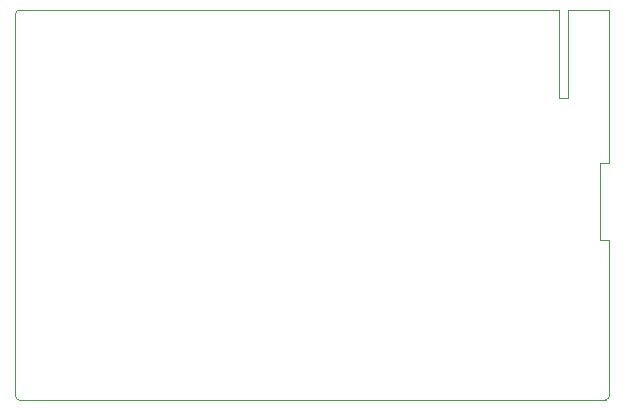
<source format=gm1>
G04 #@! TF.GenerationSoftware,KiCad,Pcbnew,7.0.2-6a45011f42~172~ubuntu22.04.1*
G04 #@! TF.CreationDate,2023-05-15T14:22:46+02:00*
G04 #@! TF.ProjectId,sharp-lcd-128x128,73686172-702d-46c6-9364-2d3132387831,rev?*
G04 #@! TF.SameCoordinates,Original*
G04 #@! TF.FileFunction,Profile,NP*
%FSLAX46Y46*%
G04 Gerber Fmt 4.6, Leading zero omitted, Abs format (unit mm)*
G04 Created by KiCad (PCBNEW 7.0.2-6a45011f42~172~ubuntu22.04.1) date 2023-05-15 14:22:46*
%MOMM*%
%LPD*%
G01*
G04 APERTURE LIST*
G04 #@! TA.AperFunction,Profile*
%ADD10C,0.100000*%
G04 #@! TD*
G04 APERTURE END LIST*
D10*
X72300000Y-62500000D02*
X121987868Y-62500000D01*
X72400000Y-29500000D02*
G75*
G03*
X72000000Y-29900000I0J-400000D01*
G01*
X122290000Y-29500000D02*
X122290000Y-42500000D01*
X122290000Y-29500000D02*
X118800000Y-29500000D01*
X72000000Y-29900000D02*
X72000000Y-62200000D01*
X122290000Y-49000000D02*
X122290000Y-62200000D01*
X118800000Y-37000000D02*
X118800000Y-29500000D01*
X121500000Y-42500000D02*
X121500000Y-49000000D01*
X118800000Y-37000000D02*
X118000000Y-37000000D01*
X121987868Y-62497868D02*
G75*
G03*
X122287868Y-62197868I32J299968D01*
G01*
X72000000Y-62200000D02*
G75*
G03*
X72300000Y-62500000I300000J0D01*
G01*
X121500000Y-49000000D02*
X122290000Y-49000000D01*
X121500000Y-42500000D02*
X122290000Y-42500000D01*
X118000000Y-29500000D02*
X72400000Y-29500000D01*
X118000000Y-37000000D02*
X118000000Y-29500000D01*
M02*

</source>
